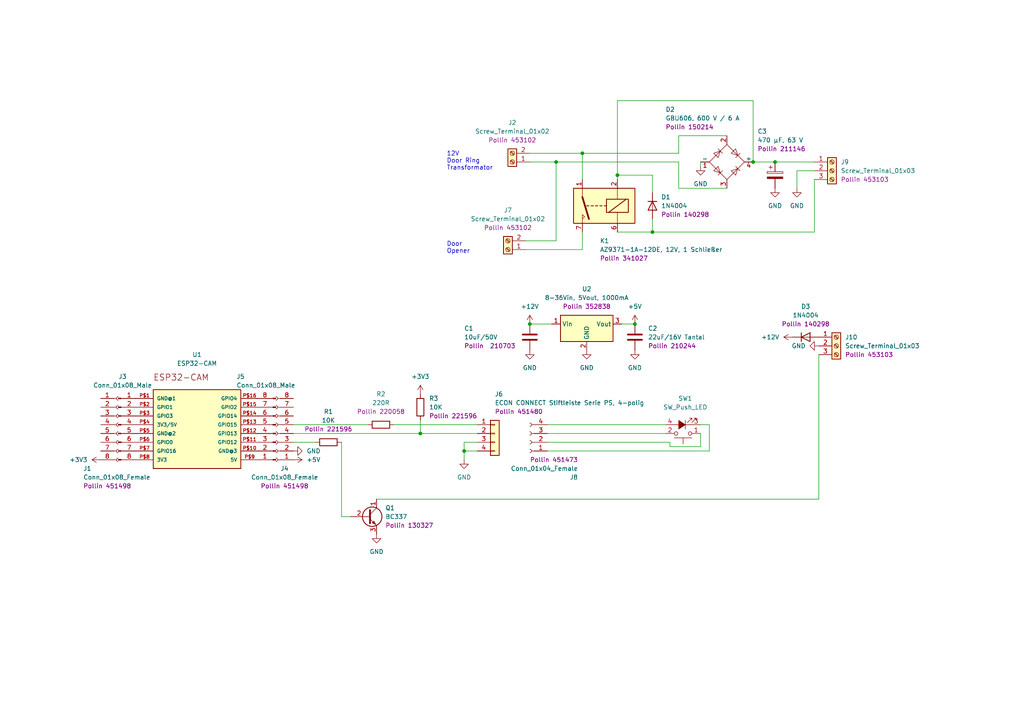
<source format=kicad_sch>
(kicad_sch (version 20231120) (generator "eeschema") (generator_version "8.0")
  (paper "A4")
  (lib_symbols
    (symbol "Connector:Conn_01x04_Female" (pin_names (offset 1.016) hide)
      (property "Reference" "J" (at 0 5.08 0))
      (property "Value" "Conn_01x04_Female" (at 0 -7.62 0))
      (symbol "Conn_01x04_Female_1_1"
        (arc (start 0 -4.572) (mid -0.5058 -5.08) (end 0 -5.588) (stroke (width 0.1524)))
        (arc (start 0 -2.032) (mid -0.5058 -2.54) (end 0 -3.048) (stroke (width 0.1524)))
        (polyline (pts (xy -1.27 -5.08) (xy -0.508 -5.08)) (stroke (width 0.1524)))
        (polyline (pts (xy -1.27 -2.54) (xy -0.508 -2.54)) (stroke (width 0.1524)))
        (polyline (pts (xy -1.27 0) (xy -0.508 0)) (stroke (width 0.1524)))
        (polyline (pts (xy -1.27 2.54) (xy -0.508 2.54)) (stroke (width 0.1524)))
        (arc (start 0 0.508) (mid -0.5058 0) (end 0 -0.508) (stroke (width 0.1524)))
        (arc (start 0 3.048) (mid -0.5058 2.54) (end 0 2.032) (stroke (width 0.1524)))
        (pin passive line (at -5.08 2.54 0) (length 3.81) (name "Pin_1") (number "1"))
        (pin passive line (at -5.08 0 0) (length 3.81) (name "Pin_2") (number "2"))
        (pin passive line (at -5.08 -2.54 0) (length 3.81) (name "Pin_3") (number "3"))
        (pin passive line (at -5.08 -5.08 0) (length 3.81) (name "Pin_4") (number "4"))
      )
    )
    (symbol "Connector:Conn_01x08_Female" (pin_names (offset 1.016) hide)
      (property "Reference" "J" (at 0 10.16 0))
      (property "Value" "Conn_01x08_Female" (at 0 -12.7 0))
      (symbol "Conn_01x08_Female_1_1"
        (arc (start 0 -9.652) (mid -0.5058 -10.16) (end 0 -10.668) (stroke (width 0.1524)))
        (arc (start 0 -7.112) (mid -0.5058 -7.62) (end 0 -8.128) (stroke (width 0.1524)))
        (arc (start 0 -4.572) (mid -0.5058 -5.08) (end 0 -5.588) (stroke (width 0.1524)))
        (arc (start 0 -2.032) (mid -0.5058 -2.54) (end 0 -3.048) (stroke (width 0.1524)))
        (polyline (pts (xy -1.27 -10.16) (xy -0.508 -10.16)) (stroke (width 0.1524)))
        (polyline (pts (xy -1.27 -7.62) (xy -0.508 -7.62)) (stroke (width 0.1524)))
        (polyline (pts (xy -1.27 -5.08) (xy -0.508 -5.08)) (stroke (width 0.1524)))
        (polyline (pts (xy -1.27 -2.54) (xy -0.508 -2.54)) (stroke (width 0.1524)))
        (polyline (pts (xy -1.27 0) (xy -0.508 0)) (stroke (width 0.1524)))
        (polyline (pts (xy -1.27 2.54) (xy -0.508 2.54)) (stroke (width 0.1524)))
        (polyline (pts (xy -1.27 5.08) (xy -0.508 5.08)) (stroke (width 0.1524)))
        (polyline (pts (xy -1.27 7.62) (xy -0.508 7.62)) (stroke (width 0.1524)))
        (arc (start 0 0.508) (mid -0.5058 0) (end 0 -0.508) (stroke (width 0.1524)))
        (arc (start 0 3.048) (mid -0.5058 2.54) (end 0 2.032) (stroke (width 0.1524)))
        (arc (start 0 5.588) (mid -0.5058 5.08) (end 0 4.572) (stroke (width 0.1524)))
        (arc (start 0 8.128) (mid -0.5058 7.62) (end 0 7.112) (stroke (width 0.1524)))
        (pin passive line (at -5.08 7.62 0) (length 3.81) (name "Pin_1") (number "1"))
        (pin passive line (at -5.08 5.08 0) (length 3.81) (name "Pin_2") (number "2"))
        (pin passive line (at -5.08 2.54 0) (length 3.81) (name "Pin_3") (number "3"))
        (pin passive line (at -5.08 0 0) (length 3.81) (name "Pin_4") (number "4"))
        (pin passive line (at -5.08 -2.54 0) (length 3.81) (name "Pin_5") (number "5"))
        (pin passive line (at -5.08 -5.08 0) (length 3.81) (name "Pin_6") (number "6"))
        (pin passive line (at -5.08 -7.62 0) (length 3.81) (name "Pin_7") (number "7"))
        (pin passive line (at -5.08 -10.16 0) (length 3.81) (name "Pin_8") (number "8"))
      )
    )
    (symbol "Connector:Conn_01x08_Male" (pin_names (offset 1.016) hide)
      (property "Reference" "J" (at 0 10.16 0))
      (property "Value" "Conn_01x08_Male" (at 0 -12.7 0))
      (symbol "Conn_01x08_Male_1_1"
        (polyline (pts (xy 1.27 -10.16) (xy 0.8636 -10.16)) (stroke (width 0.1524)))
        (polyline (pts (xy 1.27 -7.62) (xy 0.8636 -7.62)) (stroke (width 0.1524)))
        (polyline (pts (xy 1.27 -5.08) (xy 0.8636 -5.08)) (stroke (width 0.1524)))
        (polyline (pts (xy 1.27 -2.54) (xy 0.8636 -2.54)) (stroke (width 0.1524)))
        (polyline (pts (xy 1.27 0) (xy 0.8636 0)) (stroke (width 0.1524)))
        (polyline (pts (xy 1.27 2.54) (xy 0.8636 2.54)) (stroke (width 0.1524)))
        (polyline (pts (xy 1.27 5.08) (xy 0.8636 5.08)) (stroke (width 0.1524)))
        (polyline (pts (xy 1.27 7.62) (xy 0.8636 7.62)) (stroke (width 0.1524)))
        (rectangle (start 0.8636 -10.033) (end 0 -10.287) (stroke (width 0.1524)) (fill (type outline)))
        (rectangle (start 0.8636 -7.493) (end 0 -7.747) (stroke (width 0.1524)) (fill (type outline)))
        (rectangle (start 0.8636 -4.953) (end 0 -5.207) (stroke (width 0.1524)) (fill (type outline)))
        (rectangle (start 0.8636 -2.413) (end 0 -2.667) (stroke (width 0.1524)) (fill (type outline)))
        (rectangle (start 0.8636 0.127) (end 0 -0.127) (stroke (width 0.1524)) (fill (type outline)))
        (rectangle (start 0.8636 2.667) (end 0 2.413) (stroke (width 0.1524)) (fill (type outline)))
        (rectangle (start 0.8636 5.207) (end 0 4.953) (stroke (width 0.1524)) (fill (type outline)))
        (rectangle (start 0.8636 7.747) (end 0 7.493) (stroke (width 0.1524)) (fill (type outline)))
        (pin passive line (at 5.08 7.62 180) (length 3.81) (name "Pin_1") (number "1"))
        (pin passive line (at 5.08 5.08 180) (length 3.81) (name "Pin_2") (number "2"))
        (pin passive line (at 5.08 2.54 180) (length 3.81) (name "Pin_3") (number "3"))
        (pin passive line (at 5.08 0 180) (length 3.81) (name "Pin_4") (number "4"))
        (pin passive line (at 5.08 -2.54 180) (length 3.81) (name "Pin_5") (number "5"))
        (pin passive line (at 5.08 -5.08 180) (length 3.81) (name "Pin_6") (number "6"))
        (pin passive line (at 5.08 -7.62 180) (length 3.81) (name "Pin_7") (number "7"))
        (pin passive line (at 5.08 -10.16 180) (length 3.81) (name "Pin_8") (number "8"))
      )
    )
    (symbol "Connector:Screw_Terminal_01x02" (pin_names (offset 1.016) hide)
      (property "Reference" "J" (at 0 2.54 0))
      (property "Value" "Screw_Terminal_01x02" (at 0 -5.08 0))
      (symbol "Screw_Terminal_01x02_1_1"
        (rectangle (start -1.27 1.27) (end 1.27 -3.81) (stroke (width 0.254)) (fill (type background)))
        (circle (center 0 -2.54) (radius 0.635) (stroke (width 0.1524)))
        (polyline (pts (xy -0.5334 -2.2098) (xy 0.3302 -3.048)) (stroke (width 0.1524)))
        (polyline (pts (xy -0.5334 0.3302) (xy 0.3302 -0.508)) (stroke (width 0.1524)))
        (polyline (pts (xy -0.3556 -2.032) (xy 0.508 -2.8702)) (stroke (width 0.1524)))
        (polyline (pts (xy -0.3556 0.508) (xy 0.508 -0.3302)) (stroke (width 0.1524)))
        (circle (center 0 0) (radius 0.635) (stroke (width 0.1524)))
        (pin passive line (at -5.08 0 0) (length 3.81) (name "Pin_1") (number "1"))
        (pin passive line (at -5.08 -2.54 0) (length 3.81) (name "Pin_2") (number "2"))
      )
    )
    (symbol "Connector:Screw_Terminal_01x03" (pin_names (offset 1.016) hide)
      (property "Reference" "J" (at 0 5.08 0))
      (property "Value" "Screw_Terminal_01x03" (at 0 -5.08 0))
      (symbol "Screw_Terminal_01x03_1_1"
        (rectangle (start -1.27 3.81) (end 1.27 -3.81) (stroke (width 0.254)) (fill (type background)))
        (circle (center 0 -2.54) (radius 0.635) (stroke (width 0.1524)))
        (polyline (pts (xy -0.5334 -2.2098) (xy 0.3302 -3.048)) (stroke (width 0.1524)))
        (polyline (pts (xy -0.5334 0.3302) (xy 0.3302 -0.508)) (stroke (width 0.1524)))
        (polyline (pts (xy -0.5334 2.8702) (xy 0.3302 2.032)) (stroke (width 0.1524)))
        (polyline (pts (xy -0.3556 -2.032) (xy 0.508 -2.8702)) (stroke (width 0.1524)))
        (polyline (pts (xy -0.3556 0.508) (xy 0.508 -0.3302)) (stroke (width 0.1524)))
        (polyline (pts (xy -0.3556 3.048) (xy 0.508 2.2098)) (stroke (width 0.1524)))
        (circle (center 0 0) (radius 0.635) (stroke (width 0.1524)))
        (circle (center 0 2.54) (radius 0.635) (stroke (width 0.1524)))
        (pin passive line (at -5.08 2.54 0) (length 3.81) (name "Pin_1") (number "1"))
        (pin passive line (at -5.08 0 0) (length 3.81) (name "Pin_2") (number "2"))
        (pin passive line (at -5.08 -2.54 0) (length 3.81) (name "Pin_3") (number "3"))
      )
    )
    (symbol "Connector_Generic:Conn_01x04" (pin_names (offset 1.016) hide)
      (property "Reference" "J" (at 0 5.08 0))
      (property "Value" "Conn_01x04" (at 0 -7.62 0))
      (symbol "Conn_01x04_1_1"
        (rectangle (start -1.27 -4.953) (end 0 -5.207) (stroke (width 0.1524)))
        (rectangle (start -1.27 -2.413) (end 0 -2.667) (stroke (width 0.1524)))
        (rectangle (start -1.27 0.127) (end 0 -0.127) (stroke (width 0.1524)))
        (rectangle (start -1.27 2.667) (end 0 2.413) (stroke (width 0.1524)))
        (rectangle (start -1.27 3.81) (end 1.27 -6.35) (stroke (width 0.254)) (fill (type background)))
        (pin passive line (at -5.08 2.54 0) (length 3.81) (name "Pin_1") (number "1"))
        (pin passive line (at -5.08 0 0) (length 3.81) (name "Pin_2") (number "2"))
        (pin passive line (at -5.08 -2.54 0) (length 3.81) (name "Pin_3") (number "3"))
        (pin passive line (at -5.08 -5.08 0) (length 3.81) (name "Pin_4") (number "4"))
      )
    )
    (symbol "Device:C" (pin_numbers hide) (pin_names (offset 0.254))
      (property "Reference" "C" (at 0.635 2.54 0))
      (property "Value" "C" (at 0.635 -2.54 0))
      (symbol "C_0_1"
        (polyline (pts (xy -2.032 -0.762) (xy 2.032 -0.762)) (stroke (width 0.508)))
        (polyline (pts (xy -2.032 0.762) (xy 2.032 0.762)) (stroke (width 0.508)))
      )
      (symbol "C_1_1"
        (pin passive line (at 0 3.81 270) (length 2.794) (name "~") (number "1"))
        (pin passive line (at 0 -3.81 90) (length 2.794) (name "~") (number "2"))
      )
    )
    (symbol "Device:C_Polarized" (pin_numbers hide) (pin_names (offset 0.254))
      (property "Reference" "C" (at 0.635 2.54 0))
      (property "Value" "C_Polarized" (at 0.635 -2.54 0))
      (symbol "C_Polarized_0_1"
        (rectangle (start -2.286 0.508) (end 2.286 1.016))
        (polyline (pts (xy -1.778 2.286) (xy -0.762 2.286)))
        (polyline (pts (xy -1.27 2.794) (xy -1.27 1.778)))
        (rectangle (start 2.286 -0.508) (end -2.286 -1.016) (fill (type outline)))
      )
      (symbol "C_Polarized_1_1"
        (pin passive line (at 0 3.81 270) (length 2.794) (name "~") (number "1"))
        (pin passive line (at 0 -3.81 90) (length 2.794) (name "~") (number "2"))
      )
    )
    (symbol "Device:R" (pin_numbers hide) (pin_names (offset 0))
      (property "Reference" "R" (at 2.032 0 90))
      (property "Value" "R" (at 0 0 90))
      (symbol "R_0_1"
        (rectangle (start -1.016 -2.54) (end 1.016 2.54) (stroke (width 0.254)))
      )
      (symbol "R_1_1"
        (pin passive line (at 0 3.81 270) (length 1.27) (name "~") (number "1"))
        (pin passive line (at 0 -3.81 90) (length 1.27) (name "~") (number "2"))
      )
    )
    (symbol "Diode:1N4004" (pin_numbers hide) (pin_names (offset 1.016) hide)
      (property "Reference" "D" (at 0 2.54 0))
      (property "Value" "1N4004" (at 0 -2.54 0))
      (symbol "1N4004_0_1"
        (polyline (pts (xy -1.27 1.27) (xy -1.27 -1.27)) (stroke (width 0.254)))
        (polyline (pts (xy 1.27 0) (xy -1.27 0)))
        (polyline (pts (xy 1.27 1.27) (xy 1.27 -1.27) (xy -1.27 0) (xy 1.27 1.27)) (stroke (width 0.254)))
      )
      (symbol "1N4004_1_1"
        (pin passive line (at -3.81 0 0) (length 2.54) (name "K") (number "1"))
        (pin passive line (at 3.81 0 180) (length 2.54) (name "A") (number "2"))
      )
    )
    (symbol "Diode_Bridge:B80C2300-1500A" (pin_names (offset 0))
      (property "Reference" "D" (at 2.54 6.985 0))
      (property "Value" "B80C2300-1500A" (at 2.54 5.08 0))
      (symbol "B80C2300-1500A_0_1"
        (polyline (pts (xy -2.54 3.81) (xy -1.27 2.54)))
        (polyline (pts (xy -1.27 -2.54) (xy -2.54 -3.81)))
        (polyline (pts (xy 2.54 -1.27) (xy 3.81 -2.54)))
        (polyline (pts (xy 2.54 1.27) (xy 3.81 2.54)))
        (polyline (pts (xy -3.81 2.54) (xy -2.54 1.27) (xy -1.905 3.175) (xy -3.81 2.54)))
        (polyline (pts (xy -2.54 -1.27) (xy -3.81 -2.54) (xy -1.905 -3.175) (xy -2.54 -1.27)))
        (polyline (pts (xy 1.27 2.54) (xy 2.54 3.81) (xy 3.175 1.905) (xy 1.27 2.54)))
        (polyline (pts (xy 3.175 -1.905) (xy 1.27 -2.54) (xy 2.54 -3.81) (xy 3.175 -1.905)))
        (polyline (pts (xy -5.08 0) (xy 0 -5.08) (xy 5.08 0) (xy 0 5.08) (xy -5.08 0)))
      )
      (symbol "B80C2300-1500A_1_1"
        (pin passive line (at -7.62 0 0) (length 2.54) (name "-") (number "1"))
        (pin passive line (at 0 7.62 270) (length 2.54) (name "~") (number "2"))
        (pin passive line (at 0 -7.62 90) (length 2.54) (name "~") (number "3"))
        (pin passive line (at 7.62 0 180) (length 2.54) (name "+") (number "4"))
      )
    )
    (symbol "ESP32-CAM:ESP32-CAM" (pin_names (offset 1.016))
      (property "Reference" "U" (at 0 0 0))
      (property "Value" "ESP32-CAM" (at 0 0 0))
      (symbol "ESP32-CAM_0_0"
        (rectangle (start -12.7 -10.16) (end 12.7 12.7) (stroke (width 0.254)) (fill (type background)))
        (text "ESP32-CAM" (at -12.7 15.24 0) (effects (font (size 1.778 1.778)) (justify left bottom)))
        (pin bidirectional line (at -17.78 10.16 0) (length 5.08) (name "GND@1") (number "P$1"))
        (pin bidirectional line (at 17.78 -5.08 180) (length 5.08) (name "GND@3") (number "P$10"))
        (pin bidirectional line (at 17.78 -2.54 180) (length 5.08) (name "GPIO12") (number "P$11"))
        (pin bidirectional line (at 17.78 0 180) (length 5.08) (name "GPIO13") (number "P$12"))
        (pin bidirectional line (at 17.78 2.54 180) (length 5.08) (name "GPIO15") (number "P$13"))
        (pin bidirectional line (at 17.78 5.08 180) (length 5.08) (name "GPIO14") (number "P$14"))
        (pin bidirectional line (at 17.78 7.62 180) (length 5.08) (name "GPIO2") (number "P$15"))
        (pin bidirectional line (at 17.78 10.16 180) (length 5.08) (name "GPIO4") (number "P$16"))
        (pin bidirectional line (at -17.78 7.62 0) (length 5.08) (name "GPIO1") (number "P$2"))
        (pin bidirectional line (at -17.78 5.08 0) (length 5.08) (name "GPIO3") (number "P$3"))
        (pin bidirectional line (at -17.78 2.54 0) (length 5.08) (name "3V3/5V") (number "P$4"))
        (pin bidirectional line (at -17.78 0 0) (length 5.08) (name "GND@2") (number "P$5"))
        (pin bidirectional line (at -17.78 -2.54 0) (length 5.08) (name "GPIO0") (number "P$6"))
        (pin bidirectional line (at -17.78 -5.08 0) (length 5.08) (name "GPIO16") (number "P$7"))
        (pin bidirectional line (at -17.78 -7.62 0) (length 5.08) (name "3V3") (number "P$8"))
        (pin bidirectional line (at 17.78 -7.62 180) (length 5.08) (name "5V") (number "P$9"))
      )
    )
    (symbol "Regulator_Switching:TSR_1-2450"
      (property "Reference" "U" (at -7.62 6.35 0))
      (property "Value" "TSR_1-2450" (at -1.27 6.35 0))
      (symbol "TSR_1-2450_0_1"
        (rectangle (start -7.62 5.08) (end 7.62 -2.54) (stroke (width 0.254)) (fill (type background)))
      )
      (symbol "TSR_1-2450_1_1"
        (pin power_in line (at -10.16 2.54 0) (length 2.54) (name "Vin") (number "1"))
        (pin power_in line (at 0 -5.08 90) (length 2.54) (name "GND") (number "2"))
        (pin power_out line (at 10.16 2.54 180) (length 2.54) (name "Vout") (number "3"))
      )
    )
    (symbol "Relay:DIPxx-1Axx-11x"
      (property "Reference" "K" (at 8.89 3.81 0))
      (property "Value" "DIPxx-1Axx-11x" (at 8.89 1.27 0))
      (symbol "DIPxx-1Axx-11x_0_0"
        (polyline (pts (xy 5.08 5.08) (xy 5.08 2.54) (xy 4.445 3.175) (xy 5.08 3.81)))
      )
      (symbol "DIPxx-1Axx-11x_0_1"
        (rectangle (start -10.16 5.08) (end 7.62 -5.08) (stroke (width 0.254)) (fill (type background)))
        (rectangle (start -8.255 1.905) (end -1.905 -1.905) (stroke (width 0.254)))
        (polyline (pts (xy -7.62 -1.905) (xy -2.54 1.905)) (stroke (width 0.254)))
        (polyline (pts (xy -5.08 -5.08) (xy -5.08 -1.905)))
        (polyline (pts (xy -5.08 5.08) (xy -5.08 1.905)))
        (polyline (pts (xy -1.905 0) (xy -1.27 0)) (stroke (width 0.254)))
        (polyline (pts (xy -0.635 0) (xy 0 0)) (stroke (width 0.254)))
        (polyline (pts (xy 0.635 0) (xy 1.27 0)) (stroke (width 0.254)))
        (polyline (pts (xy 1.905 0) (xy 2.54 0)) (stroke (width 0.254)))
        (polyline (pts (xy 3.175 0) (xy 3.81 0)) (stroke (width 0.254)))
        (polyline (pts (xy 5.08 -2.54) (xy 3.175 3.81)) (stroke (width 0.508)))
        (polyline (pts (xy 5.08 -2.54) (xy 5.08 -5.08)))
      )
      (symbol "DIPxx-1Axx-11x_1_1"
        (pin passive line (at 5.08 -7.62 90) (length 2.54) (name "~") (number "1"))
        (pin passive line (at 5.08 -7.62 90) (length 2.54) hide (name "~") (number "14"))
        (pin passive line (at -5.08 -7.62 90) (length 2.54) (name "~") (number "2"))
        (pin passive line (at -5.08 7.62 270) (length 2.54) (name "~") (number "6"))
        (pin passive line (at 5.08 7.62 270) (length 2.54) (name "~") (number "7"))
        (pin passive line (at 5.08 7.62 270) (length 2.54) hide (name "~") (number "8"))
      )
    )
    (symbol "Switch:SW_Push_LED" (pin_names (offset 1.016) hide)
      (property "Reference" "SW" (at 0.635 5.715 0))
      (property "Value" "SW_Push_LED" (at 0 -3.175 0))
      (symbol "SW_Push_LED_0_0"
        (polyline (pts (xy -3.81 -1.905) (xy -2.54 -0.635)))
        (polyline (pts (xy -2.54 -1.905) (xy -1.27 -0.635)))
        (polyline (pts (xy -2.54 0) (xy 2.54 0)))
        (polyline (pts (xy -0.635 1.27) (xy -0.635 -1.27)))
        (polyline (pts (xy -3.81 -1.27) (xy -3.81 -1.905) (xy -3.175 -1.905)))
        (polyline (pts (xy -2.54 -1.27) (xy -2.54 -1.905) (xy -1.905 -1.905)))
        (polyline (pts (xy -0.635 0) (xy 1.27 1.27) (xy 1.27 -1.27) (xy -0.635 0)) (fill (type outline)))
      )
      (symbol "SW_Push_LED_0_1"
        (circle (center -2.032 2.54) (radius 0.508))
        (polyline (pts (xy 0 3.81) (xy 0 5.588)))
        (polyline (pts (xy 2.54 3.81) (xy -2.54 3.81)))
        (circle (center 2.032 2.54) (radius 0.508))
        (pin passive line (at -5.08 2.54 0) (length 2.54) (name "1") (number "1"))
        (pin passive line (at 5.08 2.54 180) (length 2.54) (name "2") (number "2"))
        (pin passive line (at -5.08 0 0) (length 2.54) (name "K") (number "3"))
        (pin passive line (at 5.08 0 180) (length 2.54) (name "A") (number "4"))
      )
    )
    (symbol "Transistor_BJT:BC337" (pin_names (offset 0) hide)
      (property "Reference" "Q" (at 5.08 1.905 0))
      (property "Value" "BC337" (at 5.08 0 0))
      (symbol "BC337_0_1"
        (polyline (pts (xy 0 0) (xy 0.635 0)))
        (polyline (pts (xy 0.635 0.635) (xy 2.54 2.54)))
        (polyline (pts (xy 0.635 -0.635) (xy 2.54 -2.54) (xy 2.54 -2.54)))
        (polyline (pts (xy 0.635 1.905) (xy 0.635 -1.905) (xy 0.635 -1.905)) (stroke (width 0.508)))
        (polyline (pts (xy 1.27 -1.778) (xy 1.778 -1.27) (xy 2.286 -2.286) (xy 1.27 -1.778) (xy 1.27 -1.778)) (fill (type outline)))
        (circle (center 1.27 0) (radius 2.8194) (stroke (width 0.254)))
      )
      (symbol "BC337_1_1"
        (pin passive line (at 2.54 5.08 270) (length 2.54) (name "C") (number "1"))
        (pin input line (at -5.08 0 0) (length 5.08) (name "B") (number "2"))
        (pin passive line (at 2.54 -5.08 90) (length 2.54) (name "E") (number "3"))
      )
    )
    (symbol "power:+12V" (power) (pin_names (offset 0))
      (property "Value" "+12V" (at 0 3.556 0))
      (symbol "+12V_0_1"
        (polyline (pts (xy -0.762 1.27) (xy 0 2.54)))
        (polyline (pts (xy 0 0) (xy 0 2.54)))
        (polyline (pts (xy 0 2.54) (xy 0.762 1.27)))
      )
      (symbol "+12V_1_1"
        (pin power_in line (at 0 0 90) (length 0) hide (name "+12V") (number "1"))
      )
    )
    (symbol "power:+3V3" (power) (pin_names (offset 0))
      (property "Value" "+3V3" (at 0 3.556 0))
      (symbol "+3V3_0_1"
        (polyline (pts (xy -0.762 1.27) (xy 0 2.54)))
        (polyline (pts (xy 0 0) (xy 0 2.54)))
        (polyline (pts (xy 0 2.54) (xy 0.762 1.27)))
      )
      (symbol "+3V3_1_1"
        (pin power_in line (at 0 0 90) (length 0) hide (name "+3V3") (number "1"))
      )
    )
    (symbol "power:+5V" (power) (pin_names (offset 0))
      (property "Value" "+5V" (at 0 3.556 0))
      (symbol "+5V_0_1"
        (polyline (pts (xy -0.762 1.27) (xy 0 2.54)))
        (polyline (pts (xy 0 0) (xy 0 2.54)))
        (polyline (pts (xy 0 2.54) (xy 0.762 1.27)))
      )
      (symbol "+5V_1_1"
        (pin power_in line (at 0 0 90) (length 0) hide (name "+5V") (number "1"))
      )
    )
    (symbol "power:GND" (power) (pin_names (offset 0))
      (property "Value" "GND" (at 0 -3.81 0))
      (symbol "GND_0_1"
        (polyline (pts (xy 0 0) (xy 0 -1.27) (xy 1.27 -1.27) (xy 0 -2.54) (xy -1.27 -1.27) (xy 0 -1.27)))
      )
      (symbol "GND_1_1"
        (pin power_in line (at 0 0 270) (length 0) hide (name "GND") (number "1"))
      )
    )
  )
  (junction (at 134.62 130.81))
  (junction (at 121.92 125.73))
  (junction (at 184.15 93.98))
  (junction (at 189.23 67.31))
  (junction (at 179.07 50.8))
  (junction (at 168.91 44.45))
  (junction (at 161.29 46.99))
  (junction (at 153.67 93.98))
  (junction (at 224.79 46.99))
  (junction (at 218.44 46.99))
  (wire (pts (xy 114.3 123.19) (xy 138.43 123.19)))
  (wire (pts (xy 189.23 63.5) (xy 189.23 67.31)))
  (wire (pts (xy 134.62 130.81) (xy 134.62 133.35)))
  (wire (pts (xy 237.49 144.78) (xy 109.22 144.78)))
  (wire (pts (xy 205.74 130.81) (xy 158.75 130.81)))
  (wire (pts (xy 189.23 67.31) (xy 236.22 67.31)))
  (wire (pts (xy 231.14 49.53) (xy 231.14 54.61)))
  (wire (pts (xy 85.09 128.27) (xy 91.44 128.27)))
  (wire (pts (xy 189.23 50.8) (xy 179.07 50.8)))
  (wire (pts (xy 194.31 128.27) (xy 158.75 128.27)))
  (wire (pts (xy 153.67 46.99) (xy 161.29 46.99)))
  (wire (pts (xy 85.09 125.73) (xy 121.92 125.73)))
  (wire (pts (xy 196.85 39.37) (xy 196.85 44.45)))
  (wire (pts (xy 153.67 93.98) (xy 160.02 93.98)))
  (wire (pts (xy 85.09 123.19) (xy 106.68 123.19)))
  (wire (pts (xy 218.44 46.99) (xy 218.44 29.21)))
  (wire (pts (xy 168.91 72.39) (xy 152.4 72.39)))
  (wire (pts (xy 205.74 123.19) (xy 205.74 130.81)))
  (wire (pts (xy 210.82 54.61) (xy 196.85 54.61)))
  (wire (pts (xy 203.2 48.26) (xy 203.2 46.99)))
  (wire (pts (xy 134.62 130.81) (xy 138.43 130.81)))
  (wire (pts (xy 236.22 49.53) (xy 231.14 49.53)))
  (wire (pts (xy 121.92 121.92) (xy 121.92 125.73)))
  (wire (pts (xy 180.34 93.98) (xy 184.15 93.98)))
  (wire (pts (xy 218.44 46.99) (xy 224.79 46.99)))
  (wire (pts (xy 99.06 128.27) (xy 99.06 149.86)))
  (wire (pts (xy 179.07 67.31) (xy 189.23 67.31)))
  (wire (pts (xy 203.2 129.54) (xy 194.31 129.54)))
  (wire (pts (xy 161.29 46.99) (xy 196.85 46.99)))
  (wire (pts (xy 168.91 44.45) (xy 168.91 52.07)))
  (wire (pts (xy 161.29 46.99) (xy 161.29 69.85)))
  (wire (pts (xy 210.82 39.37) (xy 196.85 39.37)))
  (wire (pts (xy 121.92 125.73) (xy 138.43 125.73)))
  (wire (pts (xy 196.85 44.45) (xy 168.91 44.45)))
  (wire (pts (xy 179.07 29.21) (xy 179.07 50.8)))
  (wire (pts (xy 196.85 54.61) (xy 196.85 46.99)))
  (wire (pts (xy 218.44 29.21) (xy 179.07 29.21)))
  (wire (pts (xy 158.75 125.73) (xy 193.04 125.73)))
  (wire (pts (xy 224.79 46.99) (xy 236.22 46.99)))
  (wire (pts (xy 194.31 129.54) (xy 194.31 128.27)))
  (wire (pts (xy 99.06 149.86) (xy 101.6 149.86)))
  (wire (pts (xy 168.91 67.31) (xy 168.91 72.39)))
  (wire (pts (xy 158.75 123.19) (xy 193.04 123.19)))
  (wire (pts (xy 134.62 128.27) (xy 134.62 130.81)))
  (wire (pts (xy 138.43 128.27) (xy 134.62 128.27)))
  (wire (pts (xy 203.2 125.73) (xy 203.2 129.54)))
  (wire (pts (xy 237.49 102.87) (xy 237.49 144.78)))
  (wire (pts (xy 203.2 123.19) (xy 205.74 123.19)))
  (wire (pts (xy 161.29 69.85) (xy 152.4 69.85)))
  (wire (pts (xy 168.91 44.45) (xy 153.67 44.45)))
  (wire (pts (xy 179.07 50.8) (xy 179.07 52.07)))
  (wire (pts (xy 189.23 55.88) (xy 189.23 50.8)))
  (wire (pts (xy 236.22 67.31) (xy 236.22 52.07)))
  (text "Door\nOpener" (at 129.54 73.66 0) (effects (font (size 1.27 1.27)) (justify left bottom)))
  (text "12V\nDoor Ring\nTransformator" (at 129.54 49.53 0) (effects (font (size 1.27 1.27)) (justify left bottom)))
  (symbol (lib_id "Connector:Conn_01x08_Female") (at 34.29 123.19 0) (unit 1)
    (property "Reference" "J1" (at 24.13 135.89 0) (effects (justify left)))
    (property "Value" "Conn_01x08_Female" (at 24.13 138.43 0) (effects (justify left)))
    (property "Supplier" "Pollin 451498" (at 24.13 140.97 0) (effects (justify left)))
  )
  (symbol (lib_id "Diode_Bridge:B80C2300-1500A") (at 210.82 46.99 0) (unit 1)
    (property "Reference" "D2" (at 193.04 31.75 0) (effects (justify left)))
    (property "Value" "GBU606, 600 V / 6 A" (at 193.04 34.29 0) (effects (justify left)))
    (property "Footprint" "Diode_THT:Diode_Bridge_19.0x3.5x10.0mm_P5.0mm" (effects (hide yes)))
    (property "Datasheet" "https://diotec.com/tl_files/diotec/files/pdf/datasheets/b40c2300.pdf" (effects (hide yes)))
    (property "Supplier" "Pollin 150214" (at 193.04 36.83 0) (effects (justify left)))
  )
  (symbol (lib_id "power:GND") (at 231.14 54.61 0) (unit 1)
    (property "Reference" "#PWR014" (effects (hide yes)))
    (property "Value" "GND" (at 231.14 59.69 0))
  )
  (symbol (lib_id "power:GND") (at 237.49 100.33 270) (unit 1)
    (property "Reference" "#PWR015" (effects (hide yes)))
    (property "Value" "GND" (at 233.68 100.3299 90) (effects (justify right)))
  )
  (symbol (lib_id "Connector:Conn_01x08_Female") (at 80.01 125.73 180) (unit 1)
    (property "Reference" "J4" (at 82.55 135.89 0))
    (property "Value" "Conn_01x08_Female" (at 82.55 138.43 0))
    (property "Supplier" "Pollin 451498" (at 82.55 140.97 0))
  )
  (symbol (lib_id "power:+3V3") (at 29.21 133.35 90) (unit 1)
    (property "Reference" "#PWR01" (effects (hide yes)))
    (property "Value" "+3V3" (at 25.4 133.3499 90) (effects (justify left)))
  )
  (symbol (lib_id "Connector:Screw_Terminal_01x03") (at 241.3 49.53 0) (unit 1)
    (property "Reference" "J9" (at 243.84 46.9899 0) (effects (justify left)))
    (property "Value" "Screw_Terminal_01x03" (at 243.84 49.5299 0) (effects (justify left)))
    (property "Supplier" "Pollin 453103" (at 243.84 52.0699 0) (effects (justify left)))
  )
  (symbol (lib_id "power:+12V") (at 153.67 93.98 0) (unit 1)
    (property "Reference" "#PWR06" (effects (hide yes)))
    (property "Value" "+12V" (at 153.67 88.9 0))
  )
  (symbol (lib_id "Relay:DIPxx-1Axx-11x") (at 173.99 59.69 180) (unit 1)
    (property "Reference" "K1" (at 173.99 69.85 0) (effects (justify right)))
    (property "Value" "AZ9371-1A-12DE, 12V, 1 Schließer" (at 173.99 72.39 0) (effects (justify right)))
    (property "Footprint" "Relay_THT:Relay_StandexMeder_DIP_LowProfile" (effects (hide yes)))
    (property "Datasheet" "https://standexelectronics.com/wp-content/uploads/datasheet_reed_relay_DIP.pdf" (effects (hide yes)))
    (property "Supplier" "Pollin 341027" (at 173.99 74.93 0) (effects (justify right)))
  )
  (symbol (lib_id "Device:C_Polarized") (at 224.79 50.8 0) (unit 1)
    (property "Reference" "C3" (at 219.71 38.1 0) (effects (justify left)))
    (property "Value" "470 µF, 63 V" (at 219.71 40.64 0) (effects (justify left)))
    (property "Supplier" "Pollin 211146" (at 219.71 43.18 0) (effects (justify left)))
  )
  (symbol (lib_id "power:GND") (at 153.67 101.6 0) (unit 1)
    (property "Reference" "#PWR07" (effects (hide yes)))
    (property "Value" "GND" (at 153.67 106.68 0))
  )
  (symbol (lib_id "Connector:Screw_Terminal_01x02") (at 147.32 72.39 180) (unit 1)
    (property "Reference" "J7" (at 147.32 60.96 0))
    (property "Value" "Screw_Terminal_01x02" (at 147.32 63.5 0))
    (property "Supplier" "Pollin 453102" (at 147.32 66.04 0))
  )
  (symbol (lib_id "Regulator_Switching:TSR_1-2450") (at 170.18 96.52 0) (unit 1)
    (property "Reference" "U2" (at 170.18 83.82 0))
    (property "Value" "8-36Vin, 5Vout, 1000mA" (at 170.18 86.36 0))
    (property "Footprint" "Converter_DCDC:Converter_DCDC_TRACO_TSR-1_THT" (effects (hide yes)))
    (property "Datasheet" "http://www.tracopower.com/products/tsr1.pdf" (effects (hide yes)))
    (property "Supplier" "Pollin 352838" (at 170.18 88.9 0))
  )
  (symbol (lib_id "power:GND") (at 170.18 101.6 0) (unit 1)
    (property "Reference" "#PWR08" (effects (hide yes)))
    (property "Value" "GND" (at 170.18 106.68 0))
  )
  (symbol (lib_id "ESP32-CAM:ESP32-CAM") (at 57.15 125.73 0) (unit 1)
    (property "Reference" "U1" (at 57.15 102.87 0))
    (property "Value" "ESP32-CAM" (at 57.15 105.41 0))
    (property "Footprint" "ESP32-CAM:ESP32-CAM" (effects (hide yes)))
    (property "MF" "AI-Thinker" (effects (hide yes)))
    (property "Description" "\nESP32 ESP32 Transceiver; 802.11 a/b/g/n (Wi-Fi, WiFi, WLAN), Bluetooth® Smart 4.x Low Energy (BLE) Evaluation Board\n" (effects (hide yes)))
    (property "Package" "None" (effects (hide yes)))
    (property "Price" "None" (effects (hide yes)))
    (property "SnapEDA_Link" "https://www.snapeda.com/parts/ESP32-CAM/AI-Thinker/view-part/?ref=snap" (effects (hide yes)))
    (property "MP" "ESP32-CAM" (effects (hide yes)))
    (property "Availability" "Not in stock" (effects (hide yes)))
    (property "Check_prices" "https://www.snapeda.com/parts/ESP32-CAM/AI-Thinker/view-part/?ref=eda" (effects (hide yes)))
  )
  (symbol (lib_id "Transistor_BJT:BC337") (at 106.68 149.86 0) (unit 1)
    (property "Reference" "Q1" (at 111.76 147.3199 0) (effects (justify left)))
    (property "Value" "BC337" (at 111.76 149.8599 0) (effects (justify left)))
    (property "Footprint" "Package_TO_SOT_THT:TO-92_Inline" (effects (hide yes)))
    (property "Datasheet" "https://diotec.com/tl_files/diotec/files/pdf/datasheets/bc337.pdf" (effects (hide yes)))
    (property "Supplier" "Pollin 130327" (at 111.76 152.3999 0) (effects (justify left)))
  )
  (symbol (lib_id "power:+3V3") (at 121.92 114.3 0) (unit 1)
    (property "Reference" "#PWR04" (effects (hide yes)))
    (property "Value" "+3V3" (at 121.92 109.22 0))
  )
  (symbol (lib_id "power:GND") (at 85.09 130.81 90) (unit 1)
    (property "Reference" "#PWR?" (effects (hide yes)))
    (property "Value" "GND" (at 88.9 130.8099 90) (effects (justify right)))
  )
  (symbol (lib_id "Connector:Conn_01x08_Male") (at 80.01 125.73 180) (unit 1)
    (property "Reference" "J5" (at 68.58 109.22 0) (effects (justify right)))
    (property "Value" "Conn_01x08_Male" (at 68.58 111.76 0) (effects (justify right)))
  )
  (symbol (lib_id "power:GND") (at 224.79 54.61 0) (unit 1)
    (property "Reference" "#PWR012" (effects (hide yes)))
    (property "Value" "GND" (at 224.79 59.69 0))
  )
  (symbol (lib_id "Connector:Conn_01x04_Female") (at 153.67 128.27 180) (unit 1)
    (property "Reference" "J8" (at 167.64 138.43 0) (effects (justify left)))
    (property "Value" "Conn_01x04_Female" (at 167.64 135.89 0) (effects (justify left)))
    (property "Supplier" "Pollin 451473" (at 167.64 133.35 0) (effects (justify left)))
  )
  (symbol (lib_id "power:+12V") (at 229.87 97.79 90) (unit 1)
    (property "Reference" "#PWR013" (effects (hide yes)))
    (property "Value" "+12V" (at 226.06 97.7899 90) (effects (justify left)))
  )
  (symbol (lib_id "Device:C") (at 153.67 97.79 0) (unit 1)
    (property "Reference" "C1" (at 134.62 95.2499 0) (effects (justify left)))
    (property "Value" "10uF/50V" (at 134.62 97.7899 0) (effects (justify left)))
    (property "Supplier" "Pollin  210703" (at 134.62 100.3299 0) (effects (justify left)))
  )
  (symbol (lib_id "Diode:1N4004") (at 233.68 97.79 0) (unit 1)
    (property "Reference" "D3" (at 233.68 88.9 0))
    (property "Value" "1N4004" (at 233.68 91.44 0))
    (property "Footprint" "Diode_THT:D_DO-41_SOD81_P10.16mm_Horizontal" (effects (hide yes)))
    (property "Datasheet" "http://www.vishay.com/docs/88503/1n4001.pdf" (effects (hide yes)))
    (property "Supplier" "Pollin 140298" (at 233.68 93.98 0))
  )
  (symbol (lib_id "power:GND") (at 203.2 48.26 0) (unit 1)
    (property "Reference" "#PWR011" (effects (hide yes)))
    (property "Value" "GND" (at 203.2 53.34 0))
  )
  (symbol (lib_id "power:GND") (at 184.15 101.6 0) (unit 1)
    (property "Reference" "#PWR010" (effects (hide yes)))
    (property "Value" "GND" (at 184.15 106.68 0))
  )
  (symbol (lib_id "Connector:Conn_01x08_Male") (at 34.29 123.19 0) (unit 1)
    (property "Reference" "J3" (at 35.56 109.22 0))
    (property "Value" "Conn_01x08_Male" (at 35.56 111.76 0))
  )
  (symbol (lib_id "power:GND") (at 134.62 133.35 0) (unit 1)
    (property "Reference" "#PWR05" (effects (hide yes)))
    (property "Value" "GND" (at 134.62 138.43 0))
  )
  (symbol (lib_id "power:GND") (at 109.22 154.94 0) (unit 1)
    (property "Reference" "#PWR03" (effects (hide yes)))
    (property "Value" "GND" (at 109.22 160.02 0))
  )
  (symbol (lib_id "Device:R") (at 110.49 123.19 90) (unit 1)
    (property "Reference" "R2" (at 110.49 114.3 90))
    (property "Value" "220R" (at 110.49 116.84 90))
    (property "Supplier" "Pollin 220058" (at 110.49 119.38 90))
  )
  (symbol (lib_id "power:+5V") (at 184.15 93.98 0) (unit 1)
    (property "Reference" "#PWR09" (effects (hide yes)))
    (property "Value" "+5V" (at 184.15 88.9 0))
  )
  (symbol (lib_id "Connector:Screw_Terminal_01x02") (at 148.59 46.99 180) (unit 1)
    (property "Reference" "J2" (at 148.59 35.56 0))
    (property "Value" "Screw_Terminal_01x02" (at 148.59 38.1 0))
    (property "Supplier" "Pollin 453102" (at 148.59 40.64 0))
  )
  (symbol (lib_id "Connector_Generic:Conn_01x04") (at 143.51 125.73 0) (unit 1)
    (property "Reference" "J6" (at 143.51 114.3 0) (effects (justify left)))
    (property "Value" "ECON CONNECT Stiftleiste Serie PS, 4-polig" (at 143.51 116.84 0) (effects (justify left)))
    (property "Supplier" "Pollin 451480" (at 143.51 119.38 0) (effects (justify left)))
  )
  (symbol (lib_id "Device:R") (at 95.25 128.27 90) (unit 1)
    (property "Reference" "R1" (at 95.25 119.38 90))
    (property "Value" "10K" (at 95.25 121.92 90))
    (property "Supplier" "Pollin 221596" (at 95.25 124.46 90))
  )
  (symbol (lib_id "Device:R") (at 121.92 118.11 0) (unit 1)
    (property "Reference" "R3" (at 124.46 115.5699 0) (effects (justify left)))
    (property "Value" "10K" (at 124.46 118.1099 0) (effects (justify left)))
    (property "Supplier" "Pollin 221596" (at 124.46 120.6499 0) (effects (justify left)))
  )
  (symbol (lib_id "Device:C") (at 184.15 97.79 0) (unit 1)
    (property "Reference" "C2" (at 187.96 95.2499 0) (effects (justify left)))
    (property "Value" "22uF/16V Tantal" (at 187.96 97.7899 0) (effects (justify left)))
    (property "Supplier" "Pollin 210244" (at 187.96 100.3299 0) (effects (justify left)))
  )
  (symbol (lib_id "Connector:Screw_Terminal_01x03") (at 242.57 100.33 0) (unit 1)
    (property "Reference" "J10" (at 245.11 97.7899 0) (effects (justify left)))
    (property "Value" "Screw_Terminal_01x03" (at 245.11 100.3299 0) (effects (justify left)))
    (property "Supplier" "Pollin 453103" (at 245.11 102.8699 0) (effects (justify left)))
  )
  (symbol (lib_id "power:+5V") (at 85.09 133.35 270) (unit 1)
    (property "Reference" "#PWR02" (effects (hide yes)))
    (property "Value" "+5V" (at 88.9 133.3499 90) (effects (justify left)))
  )
  (symbol (lib_id "Diode:1N4004") (at 189.23 59.69 270) (unit 1)
    (property "Reference" "D1" (at 191.77 57.1499 90) (effects (justify left)))
    (property "Value" "1N4004" (at 191.77 59.6899 90) (effects (justify left)))
    (property "Footprint" "Diode_THT:D_DO-41_SOD81_P10.16mm_Horizontal" (effects (hide yes)))
    (property "Datasheet" "http://www.vishay.com/docs/88503/1n4001.pdf" (effects (hide yes)))
    (property "Supplier" "Pollin 140298" (at 191.77 62.2299 90) (effects (justify left)))
  )
  (symbol (lib_id "Switch:SW_Push_LED") (at 198.12 123.19 180) (unit 1)
    (property "Reference" "SW1" (at 198.755 115.57 0))
    (property "Value" "SW_Push_LED" (at 198.755 118.11 0))
  )
)
</source>
